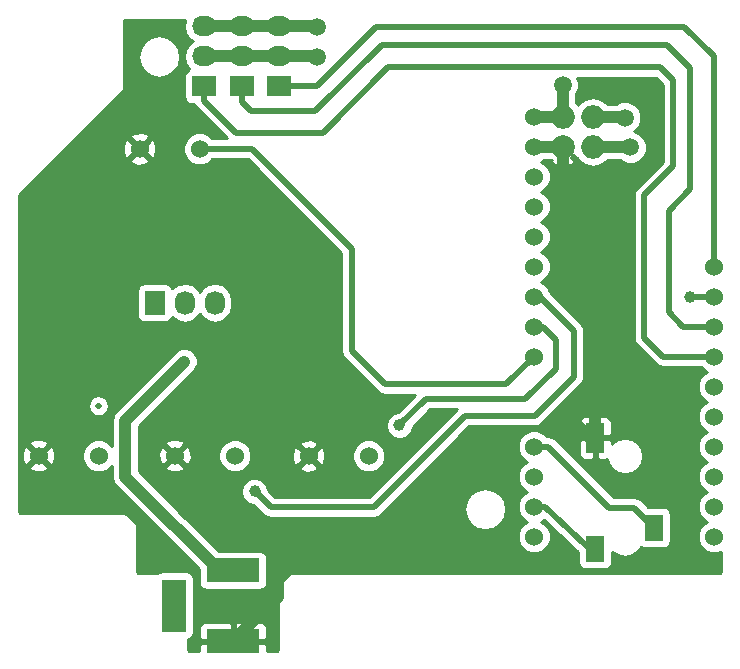
<source format=gbr>
G04 #@! TF.FileFunction,Copper,L1,Top,Signal*
%FSLAX46Y46*%
G04 Gerber Fmt 4.6, Leading zero omitted, Abs format (unit mm)*
G04 Created by KiCad (PCBNEW (after 2015-may-01 BZR unknown)-product) date 2015/09/06 13:21:43*
%MOMM*%
G01*
G04 APERTURE LIST*
%ADD10C,0.100000*%
%ADD11C,2.000000*%
%ADD12O,2.000000X2.000000*%
%ADD13R,2.000000X4.500000*%
%ADD14R,4.500000X2.000000*%
%ADD15R,1.727200X2.032000*%
%ADD16O,1.727200X2.032000*%
%ADD17R,2.032000X1.727200*%
%ADD18O,2.032000X1.727200*%
%ADD19C,1.524000*%
%ADD20R,1.500000X2.200000*%
%ADD21R,1.600000X2.200000*%
%ADD22R,1.500000X2.500000*%
%ADD23C,1.000000*%
%ADD24C,1.500000*%
%ADD25C,0.500000*%
%ADD26C,1.000000*%
%ADD27C,0.254000*%
G04 APERTURE END LIST*
D10*
D11*
X143319500Y-92329000D03*
D12*
X143319500Y-89789000D03*
X145859500Y-92329000D03*
X145859500Y-89789000D03*
D13*
X110419740Y-131154320D03*
D14*
X115394740Y-134179320D03*
X115394740Y-128179320D03*
D15*
X108770420Y-105521760D03*
D16*
X111310420Y-105521760D03*
X113850420Y-105521760D03*
D17*
X119316500Y-87198200D03*
D18*
X119316500Y-84658200D03*
X119316500Y-82118200D03*
D17*
X116116100Y-87185500D03*
D18*
X116116100Y-84645500D03*
X116116100Y-82105500D03*
D17*
X112928400Y-87198200D03*
D18*
X112928400Y-84658200D03*
X112928400Y-82118200D03*
D19*
X98933000Y-118478300D03*
X104013000Y-118478300D03*
X110477300Y-118478300D03*
X115557300Y-118478300D03*
X121805700Y-118491000D03*
X126885700Y-118491000D03*
X107480100Y-92494100D03*
X112560100Y-92494100D03*
X156121100Y-117703600D03*
X156121100Y-102463600D03*
X140881100Y-89763600D03*
X140881100Y-92303600D03*
X140881100Y-94843600D03*
X140881100Y-97383600D03*
X140881100Y-99923600D03*
X140881100Y-102463600D03*
X140881100Y-125323600D03*
X140881100Y-122783600D03*
X140881100Y-120243600D03*
X140881100Y-117703600D03*
X140881100Y-110083600D03*
X140881100Y-107543600D03*
X140881100Y-105003600D03*
X156121100Y-102463600D03*
X156121100Y-105003600D03*
X156121100Y-107543600D03*
X156121100Y-110083600D03*
X156121100Y-112623600D03*
X156121100Y-115163600D03*
X156121100Y-120243600D03*
X156121100Y-122783600D03*
X156121100Y-125323600D03*
D20*
X151064600Y-124550600D03*
D21*
X146064600Y-126350600D03*
D22*
X146064600Y-116950600D03*
D23*
X115824000Y-123418600D03*
X143941800Y-115252500D03*
X111252000Y-110515400D03*
D24*
X143294100Y-87096600D03*
X122529600Y-82143600D03*
X149047200Y-92367100D03*
X148559520Y-89839800D03*
X122491500Y-84721700D03*
D23*
X154089100Y-105003600D03*
X117221000Y-121475500D03*
X129476500Y-115900200D03*
D25*
X103987600Y-114223800D02*
X104013000Y-114249200D01*
X110477300Y-118478300D02*
X110439200Y-118478300D01*
X110477300Y-118478300D02*
X110515400Y-118478300D01*
D26*
X119164100Y-127127000D02*
X119164100Y-130409960D01*
X119164100Y-130409960D02*
X115394740Y-134179320D01*
D25*
X121805700Y-118491000D02*
X121767600Y-118491000D01*
X98945700Y-118478300D02*
X98933000Y-118478300D01*
D26*
X143319500Y-92329000D02*
X143319500Y-99364800D01*
X143319500Y-99364800D02*
X146001100Y-102046400D01*
X146001100Y-102046400D02*
X146001100Y-117014100D01*
D25*
X146001100Y-117014100D02*
X146001100Y-117045100D01*
X121805700Y-118071900D02*
X121805700Y-118491000D01*
X143294100Y-92303600D02*
X143319500Y-92329000D01*
D26*
X119164100Y-126758700D02*
X119164100Y-127127000D01*
X115824000Y-123418600D02*
X119164100Y-126758700D01*
X145703400Y-117014100D02*
X143941800Y-115252500D01*
X146001100Y-117014100D02*
X145703400Y-117014100D01*
X111252000Y-110515400D02*
X106273600Y-115493800D01*
X106273600Y-115493800D02*
X106273600Y-116154200D01*
X106273600Y-120239280D02*
X114721640Y-128687320D01*
X106273600Y-116154200D02*
X106273600Y-120239280D01*
X143294100Y-89763600D02*
X143294100Y-87096600D01*
D25*
X143294100Y-89763600D02*
X143319500Y-89789000D01*
D26*
X140881100Y-89763600D02*
X143294100Y-89763600D01*
D25*
X143294100Y-89763600D02*
X143319500Y-89789000D01*
X149385100Y-122871100D02*
X151064600Y-124550600D01*
X142100300Y-117703600D02*
X147267800Y-122871100D01*
X147267800Y-122871100D02*
X149286600Y-122871100D01*
X140881100Y-117703600D02*
X142100300Y-117703600D01*
X149286600Y-122871100D02*
X149385100Y-122871100D01*
X140881100Y-122783600D02*
X141770600Y-122783600D01*
X141770600Y-122783600D02*
X145999200Y-126705360D01*
D26*
X140881100Y-92303600D02*
X143294100Y-92303600D01*
D25*
X119316500Y-87198200D02*
X122478800Y-87198200D01*
X127533400Y-82143600D02*
X153606500Y-82143600D01*
X153606500Y-82143600D02*
X156121100Y-84658200D01*
X156121100Y-84658200D02*
X156121100Y-102463600D01*
X122478800Y-87198200D02*
X127533400Y-82143600D01*
X116116100Y-88544400D02*
X116890800Y-89319100D01*
X116890800Y-89319100D02*
X122313700Y-89319100D01*
X122313700Y-89319100D02*
X127977900Y-83654900D01*
X127977900Y-83654900D02*
X152133300Y-83654900D01*
X116116100Y-88544400D02*
X116116100Y-87185500D01*
X152133300Y-83654900D02*
X154101800Y-85623400D01*
X154101800Y-95910400D02*
X154101800Y-85623400D01*
X153504900Y-107543600D02*
X152285700Y-106324400D01*
X152285700Y-106324400D02*
X152285700Y-97726500D01*
X152285700Y-97726500D02*
X154101800Y-95910400D01*
X156121100Y-107543600D02*
X153504900Y-107543600D01*
X150202900Y-108432600D02*
X150202900Y-108483400D01*
X150202900Y-108432600D02*
X150202900Y-96393000D01*
X150202900Y-96393000D02*
X152666700Y-93929200D01*
X152666700Y-93929200D02*
X152666700Y-86690200D01*
X151549100Y-85572600D02*
X152666700Y-86690200D01*
X112928400Y-87198200D02*
X112928400Y-88430100D01*
X128549400Y-85572600D02*
X151549100Y-85572600D01*
X123012200Y-91109800D02*
X128549400Y-85572600D01*
X115608100Y-91109800D02*
X123012200Y-91109800D01*
X112928400Y-88430100D02*
X115608100Y-91109800D01*
X151803100Y-110083600D02*
X156121100Y-110083600D01*
X150202900Y-108483400D02*
X151803100Y-110083600D01*
D26*
X119316500Y-82118200D02*
X122504200Y-82118200D01*
X122504200Y-82118200D02*
X122529600Y-82143600D01*
X149047200Y-92367100D02*
X149009100Y-92329000D01*
X149009100Y-92329000D02*
X145859500Y-92329000D01*
X112928400Y-82118200D02*
X119316500Y-82118200D01*
X112928400Y-84658200D02*
X119316500Y-84658200D01*
X148508720Y-89789000D02*
X148559520Y-89839800D01*
X122428000Y-84658200D02*
X122491500Y-84721700D01*
X122428000Y-84658200D02*
X119316500Y-84658200D01*
X145859500Y-89789000D02*
X148508720Y-89789000D01*
D25*
X156121100Y-105003600D02*
X154089100Y-105003600D01*
X140881100Y-105003600D02*
X141376400Y-105003600D01*
X144246600Y-107873800D02*
X141376400Y-105003600D01*
X144246600Y-107873800D02*
X144246600Y-111785400D01*
X144246600Y-111785400D02*
X140931900Y-115100100D01*
X140931900Y-115100100D02*
X135039100Y-115100100D01*
X135039100Y-115100100D02*
X127304800Y-122834400D01*
X127304800Y-122834400D02*
X119913400Y-122834400D01*
X118579900Y-122834400D02*
X119913400Y-122834400D01*
X117221000Y-121475500D02*
X118579900Y-122834400D01*
X140881100Y-107543600D02*
X141605000Y-107543600D01*
X129476500Y-115900200D02*
X131711700Y-113665000D01*
X140157200Y-113665000D02*
X131711700Y-113665000D01*
X142722600Y-111099600D02*
X140157200Y-113665000D01*
X142722600Y-108661200D02*
X142722600Y-111099600D01*
X142722600Y-108661200D02*
X141605000Y-107543600D01*
X112560100Y-92494100D02*
X116992400Y-92494100D01*
X138531600Y-112433100D02*
X140881100Y-110083600D01*
X128282700Y-112433100D02*
X138531600Y-112433100D01*
X125463300Y-109613700D02*
X128282700Y-112433100D01*
X125463300Y-100965000D02*
X125463300Y-109613700D01*
X116992400Y-92494100D02*
X125463300Y-100965000D01*
D27*
G36*
X156715700Y-128342664D02*
X156616964Y-128441400D01*
X152462040Y-128441400D01*
X152462040Y-125650600D01*
X152462040Y-123450600D01*
X152415063Y-123208477D01*
X152275273Y-122995673D01*
X152064240Y-122853223D01*
X151814600Y-122803160D01*
X150568739Y-122803160D01*
X150109200Y-122343620D01*
X150109200Y-118483700D01*
X149992355Y-117896281D01*
X149659609Y-117398291D01*
X149161619Y-117065545D01*
X148574200Y-116948700D01*
X147986781Y-117065545D01*
X147488791Y-117398291D01*
X147449600Y-117456944D01*
X147449600Y-117236350D01*
X147449600Y-116664850D01*
X147449600Y-115574291D01*
X147352927Y-115340902D01*
X147174299Y-115162273D01*
X146940910Y-115065600D01*
X146688291Y-115065600D01*
X146350350Y-115065600D01*
X146191600Y-115224350D01*
X146191600Y-116823600D01*
X147290850Y-116823600D01*
X147449600Y-116664850D01*
X147449600Y-117236350D01*
X147290850Y-117077600D01*
X146191600Y-117077600D01*
X146191600Y-118676850D01*
X146350350Y-118835600D01*
X146688291Y-118835600D01*
X146940910Y-118835600D01*
X147096387Y-118771199D01*
X147156045Y-119071119D01*
X147488791Y-119569109D01*
X147986781Y-119901855D01*
X148574200Y-120018700D01*
X149161619Y-119901855D01*
X149659609Y-119569109D01*
X149992355Y-119071119D01*
X150109200Y-118483700D01*
X150109200Y-122343620D01*
X150010890Y-122245310D01*
X149723775Y-122053467D01*
X149667584Y-122042289D01*
X149385100Y-121986099D01*
X149385094Y-121986100D01*
X149286600Y-121986100D01*
X147634379Y-121986100D01*
X145937600Y-120289320D01*
X145937600Y-118676850D01*
X145937600Y-117077600D01*
X145937600Y-116823600D01*
X145937600Y-115224350D01*
X145778850Y-115065600D01*
X145440909Y-115065600D01*
X145188290Y-115065600D01*
X144954901Y-115162273D01*
X144776273Y-115340902D01*
X144679600Y-115574291D01*
X144679600Y-116664850D01*
X144838350Y-116823600D01*
X145937600Y-116823600D01*
X145937600Y-117077600D01*
X144838350Y-117077600D01*
X144679600Y-117236350D01*
X144679600Y-118326909D01*
X144776273Y-118560298D01*
X144954901Y-118738927D01*
X145188290Y-118835600D01*
X145440909Y-118835600D01*
X145778850Y-118835600D01*
X145937600Y-118676850D01*
X145937600Y-120289320D01*
X142726090Y-117077810D01*
X142438975Y-116885967D01*
X142382784Y-116874789D01*
X142100300Y-116818599D01*
X142100294Y-116818600D01*
X141971578Y-116818600D01*
X141673470Y-116519971D01*
X141160200Y-116306843D01*
X140604439Y-116306358D01*
X140090797Y-116518590D01*
X139697471Y-116911230D01*
X139484343Y-117424500D01*
X139483858Y-117980261D01*
X139696090Y-118493903D01*
X140088730Y-118887229D01*
X140296612Y-118973549D01*
X140090797Y-119058590D01*
X139697471Y-119451230D01*
X139484343Y-119964500D01*
X139483858Y-120520261D01*
X139696090Y-121033903D01*
X140088730Y-121427229D01*
X140296612Y-121513549D01*
X140090797Y-121598590D01*
X139697471Y-121991230D01*
X139484343Y-122504500D01*
X139483858Y-123060261D01*
X139696090Y-123573903D01*
X140088730Y-123967229D01*
X140296612Y-124053549D01*
X140090797Y-124138590D01*
X139697471Y-124531230D01*
X139484343Y-125044500D01*
X139483858Y-125600261D01*
X139696090Y-126113903D01*
X140088730Y-126507229D01*
X140602000Y-126720357D01*
X141157761Y-126720842D01*
X141671403Y-126508610D01*
X142064729Y-126115970D01*
X142277857Y-125602700D01*
X142278342Y-125046939D01*
X142066110Y-124533297D01*
X141673470Y-124139971D01*
X141465587Y-124053650D01*
X141671403Y-123968610D01*
X141707745Y-123932330D01*
X144617160Y-126630628D01*
X144617160Y-127450600D01*
X144664137Y-127692723D01*
X144803927Y-127905527D01*
X145014960Y-128047977D01*
X145264600Y-128098040D01*
X146864600Y-128098040D01*
X147106723Y-128051063D01*
X147319527Y-127911273D01*
X147461977Y-127700240D01*
X147512040Y-127450600D01*
X147512040Y-126584643D01*
X147986781Y-126901855D01*
X148574200Y-127018700D01*
X149161619Y-126901855D01*
X149659609Y-126569109D01*
X149933482Y-126159227D01*
X150064960Y-126247977D01*
X150314600Y-126298040D01*
X151814600Y-126298040D01*
X152056723Y-126251063D01*
X152269527Y-126111273D01*
X152411977Y-125900240D01*
X152462040Y-125650600D01*
X152462040Y-128441400D01*
X138545700Y-128441400D01*
X138545700Y-122996400D01*
X138409825Y-122313310D01*
X138022886Y-121734214D01*
X137443790Y-121347275D01*
X136760700Y-121211400D01*
X136077610Y-121347275D01*
X135498514Y-121734214D01*
X135111575Y-122313310D01*
X134975700Y-122996400D01*
X135111575Y-123679490D01*
X135498514Y-124258586D01*
X136077610Y-124645525D01*
X136760700Y-124781400D01*
X137443790Y-124645525D01*
X138022886Y-124258586D01*
X138409825Y-123679490D01*
X138545700Y-122996400D01*
X138545700Y-128441400D01*
X120410700Y-128441400D01*
X120148562Y-128493543D01*
X119926332Y-128642032D01*
X119426332Y-129142032D01*
X119277843Y-129364262D01*
X119225700Y-129626400D01*
X119225700Y-134912664D01*
X119126964Y-135011400D01*
X118292180Y-135011400D01*
X118292180Y-129179320D01*
X118292180Y-127179320D01*
X118245203Y-126937197D01*
X118105413Y-126724393D01*
X117894380Y-126581943D01*
X117644740Y-126531880D01*
X114171332Y-126531880D01*
X111886444Y-124246992D01*
X111886444Y-118685998D01*
X111858662Y-118130932D01*
X111699697Y-117747157D01*
X111457513Y-117677692D01*
X111277908Y-117857297D01*
X111277908Y-117498087D01*
X111208443Y-117255903D01*
X110684998Y-117069156D01*
X110129932Y-117096938D01*
X109746157Y-117255903D01*
X109676692Y-117498087D01*
X110477300Y-118298695D01*
X111277908Y-117498087D01*
X111277908Y-117857297D01*
X110656905Y-118478300D01*
X111457513Y-119278908D01*
X111699697Y-119209443D01*
X111886444Y-118685998D01*
X111886444Y-124246992D01*
X111277908Y-123638456D01*
X111277908Y-119458513D01*
X110477300Y-118657905D01*
X110297695Y-118837510D01*
X110297695Y-118478300D01*
X109497087Y-117677692D01*
X109254903Y-117747157D01*
X109068156Y-118270602D01*
X109095938Y-118825668D01*
X109254903Y-119209443D01*
X109497087Y-119278908D01*
X110297695Y-118478300D01*
X110297695Y-118837510D01*
X109676692Y-119458513D01*
X109746157Y-119700697D01*
X110269602Y-119887444D01*
X110824668Y-119859662D01*
X111208443Y-119700697D01*
X111277908Y-119458513D01*
X111277908Y-123638456D01*
X107408600Y-119769148D01*
X107408600Y-116154200D01*
X107408600Y-115963932D01*
X112054152Y-111318379D01*
X112054566Y-111317966D01*
X112213645Y-111159165D01*
X112300603Y-110949745D01*
X112386803Y-110742156D01*
X112387000Y-110515400D01*
X112387197Y-110290625D01*
X112214767Y-109873314D01*
X112054566Y-109712834D01*
X111895765Y-109553755D01*
X111478756Y-109380597D01*
X111027225Y-109380203D01*
X110609914Y-109552633D01*
X110290355Y-109871635D01*
X110290157Y-109872110D01*
X105471034Y-114691234D01*
X105224997Y-115059454D01*
X105138600Y-115493800D01*
X105138600Y-116154200D01*
X105138600Y-117628483D01*
X104898001Y-117387463D01*
X104898001Y-114249200D01*
X104830633Y-113910526D01*
X104638789Y-113623410D01*
X104613390Y-113598010D01*
X104326274Y-113406167D01*
X103987600Y-113338799D01*
X103648926Y-113406167D01*
X103361810Y-113598010D01*
X103169967Y-113885126D01*
X103102599Y-114223800D01*
X103169967Y-114562474D01*
X103361810Y-114849590D01*
X103387210Y-114874989D01*
X103674326Y-115066833D01*
X104013000Y-115134201D01*
X104351674Y-115066833D01*
X104638789Y-114874989D01*
X104830633Y-114587874D01*
X104898001Y-114249200D01*
X104898001Y-117387463D01*
X104805370Y-117294671D01*
X104292100Y-117081543D01*
X103736339Y-117081058D01*
X103222697Y-117293290D01*
X102829371Y-117685930D01*
X102616243Y-118199200D01*
X102615758Y-118754961D01*
X102827990Y-119268603D01*
X103220630Y-119661929D01*
X103733900Y-119875057D01*
X104289661Y-119875542D01*
X104803303Y-119663310D01*
X105138600Y-119328597D01*
X105138600Y-120239280D01*
X105224997Y-120673626D01*
X105471034Y-121041846D01*
X112497300Y-128068112D01*
X112497300Y-129179320D01*
X112544277Y-129421443D01*
X112684067Y-129634247D01*
X112895100Y-129776697D01*
X113144740Y-129826760D01*
X117644740Y-129826760D01*
X117886863Y-129779783D01*
X118099667Y-129639993D01*
X118242117Y-129428960D01*
X118292180Y-129179320D01*
X118292180Y-135011400D01*
X118279740Y-135011400D01*
X118279740Y-134465070D01*
X118279740Y-133893570D01*
X118279740Y-133053011D01*
X118183067Y-132819622D01*
X118004439Y-132640993D01*
X117771050Y-132544320D01*
X117518431Y-132544320D01*
X115680490Y-132544320D01*
X115521740Y-132703070D01*
X115521740Y-134052320D01*
X118120990Y-134052320D01*
X118279740Y-133893570D01*
X118279740Y-134465070D01*
X118120990Y-134306320D01*
X115521740Y-134306320D01*
X115521740Y-134326320D01*
X115267740Y-134326320D01*
X115267740Y-134306320D01*
X115267740Y-134052320D01*
X115267740Y-132703070D01*
X115108990Y-132544320D01*
X113271049Y-132544320D01*
X113018430Y-132544320D01*
X112785041Y-132640993D01*
X112606413Y-132819622D01*
X112509740Y-133053011D01*
X112509740Y-133893570D01*
X112668490Y-134052320D01*
X115267740Y-134052320D01*
X115267740Y-134306320D01*
X112668490Y-134306320D01*
X112509740Y-134465070D01*
X112509740Y-135011400D01*
X111694436Y-135011400D01*
X111595700Y-134912664D01*
X111595700Y-134017620D01*
X111661863Y-134004783D01*
X111874667Y-133864993D01*
X112017117Y-133653960D01*
X112067180Y-133404320D01*
X112067180Y-128904320D01*
X112020203Y-128662197D01*
X111880413Y-128449393D01*
X111669380Y-128306943D01*
X111419740Y-128256880D01*
X109419740Y-128256880D01*
X109177617Y-128303857D01*
X108968233Y-128441400D01*
X107384436Y-128441400D01*
X107285700Y-128342664D01*
X107285700Y-124546400D01*
X107233557Y-124284262D01*
X107085068Y-124062032D01*
X106585068Y-123562032D01*
X106362838Y-123413543D01*
X106100700Y-123361400D01*
X100342144Y-123361400D01*
X100342144Y-118685998D01*
X100314362Y-118130932D01*
X100155397Y-117747157D01*
X99913213Y-117677692D01*
X99733608Y-117857297D01*
X99733608Y-117498087D01*
X99664143Y-117255903D01*
X99140698Y-117069156D01*
X98585632Y-117096938D01*
X98201857Y-117255903D01*
X98132392Y-117498087D01*
X98933000Y-118298695D01*
X99733608Y-117498087D01*
X99733608Y-117857297D01*
X99112605Y-118478300D01*
X99913213Y-119278908D01*
X100155397Y-119209443D01*
X100342144Y-118685998D01*
X100342144Y-123361400D01*
X99733608Y-123361400D01*
X99733608Y-119458513D01*
X98933000Y-118657905D01*
X98753395Y-118837510D01*
X98753395Y-118478300D01*
X97952787Y-117677692D01*
X97710603Y-117747157D01*
X97523856Y-118270602D01*
X97551638Y-118825668D01*
X97710603Y-119209443D01*
X97952787Y-119278908D01*
X98753395Y-118478300D01*
X98753395Y-118837510D01*
X98132392Y-119458513D01*
X98201857Y-119700697D01*
X98725302Y-119887444D01*
X99280368Y-119859662D01*
X99664143Y-119700697D01*
X99733608Y-119458513D01*
X99733608Y-123361400D01*
X97384436Y-123361400D01*
X97285700Y-123262664D01*
X97285700Y-96390136D01*
X105975068Y-87700768D01*
X106123557Y-87478538D01*
X106175700Y-87216400D01*
X106175700Y-81550980D01*
X111357882Y-81550980D01*
X111245055Y-82118200D01*
X111359129Y-82691689D01*
X111683985Y-83177870D01*
X111998765Y-83388200D01*
X111683985Y-83598530D01*
X111359129Y-84084711D01*
X111245055Y-84658200D01*
X111359129Y-85231689D01*
X111683985Y-85717870D01*
X111699767Y-85728415D01*
X111670277Y-85734137D01*
X111457473Y-85873927D01*
X111315023Y-86084960D01*
X111264960Y-86334600D01*
X111264960Y-88061800D01*
X111311937Y-88303923D01*
X111451727Y-88516727D01*
X111662760Y-88659177D01*
X111912400Y-88709240D01*
X112098924Y-88709240D01*
X112099589Y-88712584D01*
X112110767Y-88768775D01*
X112302610Y-89055890D01*
X114855820Y-91609100D01*
X113650578Y-91609100D01*
X113352470Y-91310471D01*
X112839200Y-91097343D01*
X112283439Y-91096858D01*
X111769797Y-91309090D01*
X111376471Y-91701730D01*
X111163343Y-92215000D01*
X111162858Y-92770761D01*
X111375090Y-93284403D01*
X111767730Y-93677729D01*
X112281000Y-93890857D01*
X112836761Y-93891342D01*
X113350403Y-93679110D01*
X113650937Y-93379100D01*
X116625820Y-93379100D01*
X124578300Y-101331579D01*
X124578300Y-109613694D01*
X124578299Y-109613700D01*
X124634489Y-109896184D01*
X124645667Y-109952375D01*
X124837510Y-110239490D01*
X127656907Y-113058886D01*
X127656910Y-113058890D01*
X127656911Y-113058890D01*
X127944025Y-113250733D01*
X127944026Y-113250733D01*
X128000215Y-113261910D01*
X128282700Y-113318101D01*
X128282700Y-113318100D01*
X128282705Y-113318100D01*
X130807020Y-113318100D01*
X129360022Y-114765097D01*
X129251725Y-114765003D01*
X128834414Y-114937433D01*
X128514855Y-115256435D01*
X128341697Y-115673444D01*
X128341303Y-116124975D01*
X128513733Y-116542286D01*
X128832735Y-116861845D01*
X129249744Y-117035003D01*
X129701275Y-117035397D01*
X130118586Y-116862967D01*
X130438145Y-116543965D01*
X130611303Y-116126956D01*
X130611399Y-116016880D01*
X132078279Y-114550000D01*
X134337620Y-114550000D01*
X128282942Y-120604678D01*
X128282942Y-118214339D01*
X128070710Y-117700697D01*
X127678070Y-117307371D01*
X127164800Y-117094243D01*
X126609039Y-117093758D01*
X126095397Y-117305990D01*
X125702071Y-117698630D01*
X125488943Y-118211900D01*
X125488458Y-118767661D01*
X125700690Y-119281303D01*
X126093330Y-119674629D01*
X126606600Y-119887757D01*
X127162361Y-119888242D01*
X127676003Y-119676010D01*
X128069329Y-119283370D01*
X128282457Y-118770100D01*
X128282942Y-118214339D01*
X128282942Y-120604678D01*
X126938220Y-121949400D01*
X123214844Y-121949400D01*
X123214844Y-118698698D01*
X123187062Y-118143632D01*
X123028097Y-117759857D01*
X122785913Y-117690392D01*
X122606308Y-117869997D01*
X122606308Y-117510787D01*
X122536843Y-117268603D01*
X122013398Y-117081856D01*
X121458332Y-117109638D01*
X121074557Y-117268603D01*
X121005092Y-117510787D01*
X121805700Y-118311395D01*
X122606308Y-117510787D01*
X122606308Y-117869997D01*
X121985305Y-118491000D01*
X122785913Y-119291608D01*
X123028097Y-119222143D01*
X123214844Y-118698698D01*
X123214844Y-121949400D01*
X122606308Y-121949400D01*
X122606308Y-119471213D01*
X121805700Y-118670605D01*
X121626095Y-118850210D01*
X121626095Y-118491000D01*
X120825487Y-117690392D01*
X120583303Y-117759857D01*
X120396556Y-118283302D01*
X120424338Y-118838368D01*
X120583303Y-119222143D01*
X120825487Y-119291608D01*
X121626095Y-118491000D01*
X121626095Y-118850210D01*
X121005092Y-119471213D01*
X121074557Y-119713397D01*
X121598002Y-119900144D01*
X122153068Y-119872362D01*
X122536843Y-119713397D01*
X122606308Y-119471213D01*
X122606308Y-121949400D01*
X119913400Y-121949400D01*
X118946479Y-121949400D01*
X118356102Y-121359022D01*
X118356197Y-121250725D01*
X118183767Y-120833414D01*
X117864765Y-120513855D01*
X117447756Y-120340697D01*
X116996225Y-120340303D01*
X116954542Y-120357526D01*
X116954542Y-118201639D01*
X116742310Y-117687997D01*
X116349670Y-117294671D01*
X115836400Y-117081543D01*
X115349020Y-117081117D01*
X115349020Y-105706505D01*
X115349020Y-105337015D01*
X115234946Y-104763526D01*
X114910090Y-104277345D01*
X114423909Y-103952489D01*
X113850420Y-103838415D01*
X113276931Y-103952489D01*
X112790750Y-104277345D01*
X112580420Y-104592125D01*
X112370090Y-104277345D01*
X111883909Y-103952489D01*
X111310420Y-103838415D01*
X110925700Y-103914940D01*
X110925700Y-84676400D01*
X110789825Y-83993310D01*
X110402886Y-83414214D01*
X109823790Y-83027275D01*
X109140700Y-82891400D01*
X108457610Y-83027275D01*
X107878514Y-83414214D01*
X107491575Y-83993310D01*
X107355700Y-84676400D01*
X107491575Y-85359490D01*
X107878514Y-85938586D01*
X108457610Y-86325525D01*
X109140700Y-86461400D01*
X109823790Y-86325525D01*
X110402886Y-85938586D01*
X110789825Y-85359490D01*
X110925700Y-84676400D01*
X110925700Y-103914940D01*
X110736931Y-103952489D01*
X110250750Y-104277345D01*
X110240204Y-104293127D01*
X110234483Y-104263637D01*
X110094693Y-104050833D01*
X109883660Y-103908383D01*
X109634020Y-103858320D01*
X108889244Y-103858320D01*
X108889244Y-92701798D01*
X108861462Y-92146732D01*
X108702497Y-91762957D01*
X108460313Y-91693492D01*
X108280708Y-91873097D01*
X108280708Y-91513887D01*
X108211243Y-91271703D01*
X107687798Y-91084956D01*
X107132732Y-91112738D01*
X106748957Y-91271703D01*
X106679492Y-91513887D01*
X107480100Y-92314495D01*
X108280708Y-91513887D01*
X108280708Y-91873097D01*
X107659705Y-92494100D01*
X108460313Y-93294708D01*
X108702497Y-93225243D01*
X108889244Y-92701798D01*
X108889244Y-103858320D01*
X108280708Y-103858320D01*
X108280708Y-93474313D01*
X107480100Y-92673705D01*
X107300495Y-92853310D01*
X107300495Y-92494100D01*
X106499887Y-91693492D01*
X106257703Y-91762957D01*
X106070956Y-92286402D01*
X106098738Y-92841468D01*
X106257703Y-93225243D01*
X106499887Y-93294708D01*
X107300495Y-92494100D01*
X107300495Y-92853310D01*
X106679492Y-93474313D01*
X106748957Y-93716497D01*
X107272402Y-93903244D01*
X107827468Y-93875462D01*
X108211243Y-93716497D01*
X108280708Y-93474313D01*
X108280708Y-103858320D01*
X107906820Y-103858320D01*
X107664697Y-103905297D01*
X107451893Y-104045087D01*
X107309443Y-104256120D01*
X107259380Y-104505760D01*
X107259380Y-106537760D01*
X107306357Y-106779883D01*
X107446147Y-106992687D01*
X107657180Y-107135137D01*
X107906820Y-107185200D01*
X109634020Y-107185200D01*
X109876143Y-107138223D01*
X110088947Y-106998433D01*
X110231397Y-106787400D01*
X110239138Y-106748797D01*
X110250750Y-106766175D01*
X110736931Y-107091031D01*
X111310420Y-107205105D01*
X111883909Y-107091031D01*
X112370090Y-106766175D01*
X112580420Y-106451394D01*
X112790750Y-106766175D01*
X113276931Y-107091031D01*
X113850420Y-107205105D01*
X114423909Y-107091031D01*
X114910090Y-106766175D01*
X115234946Y-106279994D01*
X115349020Y-105706505D01*
X115349020Y-117081117D01*
X115280639Y-117081058D01*
X114766997Y-117293290D01*
X114373671Y-117685930D01*
X114160543Y-118199200D01*
X114160058Y-118754961D01*
X114372290Y-119268603D01*
X114764930Y-119661929D01*
X115278200Y-119875057D01*
X115833961Y-119875542D01*
X116347603Y-119663310D01*
X116740929Y-119270670D01*
X116954057Y-118757400D01*
X116954542Y-118201639D01*
X116954542Y-120357526D01*
X116578914Y-120512733D01*
X116259355Y-120831735D01*
X116086197Y-121248744D01*
X116085803Y-121700275D01*
X116258233Y-122117586D01*
X116577235Y-122437145D01*
X116994244Y-122610303D01*
X117104319Y-122610399D01*
X117954107Y-123460186D01*
X117954110Y-123460190D01*
X117954111Y-123460190D01*
X118241225Y-123652033D01*
X118241226Y-123652033D01*
X118297415Y-123663210D01*
X118579900Y-123719401D01*
X118579900Y-123719400D01*
X118579905Y-123719400D01*
X119913400Y-123719400D01*
X127304794Y-123719400D01*
X127304800Y-123719401D01*
X127304800Y-123719400D01*
X127587284Y-123663210D01*
X127643474Y-123652033D01*
X127643475Y-123652033D01*
X127930590Y-123460190D01*
X135405679Y-115985100D01*
X140931894Y-115985100D01*
X140931900Y-115985101D01*
X140931900Y-115985100D01*
X141214384Y-115928910D01*
X141270574Y-115917733D01*
X141270575Y-115917733D01*
X141557690Y-115725890D01*
X144872386Y-112411192D01*
X144872390Y-112411190D01*
X144872390Y-112411189D01*
X145064233Y-112124075D01*
X145064233Y-112124074D01*
X145075410Y-112067884D01*
X145131600Y-111785400D01*
X145131601Y-111785400D01*
X145131600Y-111785394D01*
X145131600Y-107873805D01*
X145131600Y-107873800D01*
X145131601Y-107873800D01*
X145075410Y-107591315D01*
X145064233Y-107535126D01*
X145064233Y-107535125D01*
X144872390Y-107248011D01*
X144872390Y-107248010D01*
X144872386Y-107248007D01*
X142226956Y-104602576D01*
X142066110Y-104213297D01*
X141673470Y-103819971D01*
X141465587Y-103733650D01*
X141671403Y-103648610D01*
X142064729Y-103255970D01*
X142277857Y-102742700D01*
X142278342Y-102186939D01*
X142066110Y-101673297D01*
X141673470Y-101279971D01*
X141465587Y-101193650D01*
X141671403Y-101108610D01*
X142064729Y-100715970D01*
X142277857Y-100202700D01*
X142278342Y-99646939D01*
X142066110Y-99133297D01*
X141673470Y-98739971D01*
X141465587Y-98653650D01*
X141671403Y-98568610D01*
X142064729Y-98175970D01*
X142277857Y-97662700D01*
X142278342Y-97106939D01*
X142066110Y-96593297D01*
X141673470Y-96199971D01*
X141465587Y-96113650D01*
X141671403Y-96028610D01*
X142064729Y-95635970D01*
X142277857Y-95122700D01*
X142278342Y-94566939D01*
X142066110Y-94053297D01*
X141673470Y-93659971D01*
X141465587Y-93573650D01*
X141671403Y-93488610D01*
X141721500Y-93438600D01*
X142389505Y-93438600D01*
X142346573Y-93481532D01*
X142445236Y-93748387D01*
X143054961Y-93974908D01*
X143704960Y-93950856D01*
X144193764Y-93748387D01*
X144292427Y-93481532D01*
X143989000Y-93178105D01*
X144096666Y-93106166D01*
X144168605Y-92998500D01*
X144472032Y-93301927D01*
X144542229Y-93275973D01*
X144703380Y-93517152D01*
X145233813Y-93871575D01*
X145859500Y-93996032D01*
X146485187Y-93871575D01*
X147015620Y-93517152D01*
X147051134Y-93464000D01*
X148185208Y-93464000D01*
X148261636Y-93540561D01*
X148770498Y-93751859D01*
X149321485Y-93752340D01*
X149830715Y-93541931D01*
X150220661Y-93152664D01*
X150431959Y-92643802D01*
X150432440Y-92092815D01*
X150222031Y-91583585D01*
X149832764Y-91193639D01*
X149360258Y-90997437D01*
X149732981Y-90625364D01*
X149944279Y-90116502D01*
X149944760Y-89565515D01*
X149734351Y-89056285D01*
X149345084Y-88666339D01*
X148836222Y-88455041D01*
X148285235Y-88454560D01*
X147802552Y-88654000D01*
X147051134Y-88654000D01*
X147015620Y-88600848D01*
X146485187Y-88246425D01*
X145859500Y-88121968D01*
X145233813Y-88246425D01*
X144703380Y-88600848D01*
X144589500Y-88771281D01*
X144475620Y-88600848D01*
X144429100Y-88569764D01*
X144429100Y-87920558D01*
X144467561Y-87882164D01*
X144678859Y-87373302D01*
X144679340Y-86822315D01*
X144528643Y-86457600D01*
X151182520Y-86457600D01*
X151781700Y-87056779D01*
X151781700Y-93562620D01*
X149577110Y-95767210D01*
X149385267Y-96054325D01*
X149374089Y-96110515D01*
X149317899Y-96393000D01*
X149317900Y-96393005D01*
X149317900Y-108432600D01*
X149317900Y-108483394D01*
X149317899Y-108483400D01*
X149374089Y-108765884D01*
X149385267Y-108822075D01*
X149577110Y-109109190D01*
X151177307Y-110709386D01*
X151177310Y-110709390D01*
X151177311Y-110709390D01*
X151369154Y-110837575D01*
X151464425Y-110901233D01*
X151464426Y-110901234D01*
X151803100Y-110968601D01*
X151803100Y-110968600D01*
X151803105Y-110968600D01*
X155030621Y-110968600D01*
X155328730Y-111267229D01*
X155536612Y-111353549D01*
X155330797Y-111438590D01*
X154937471Y-111831230D01*
X154724343Y-112344500D01*
X154723858Y-112900261D01*
X154936090Y-113413903D01*
X155328730Y-113807229D01*
X155536612Y-113893549D01*
X155330797Y-113978590D01*
X154937471Y-114371230D01*
X154724343Y-114884500D01*
X154723858Y-115440261D01*
X154936090Y-115953903D01*
X155328730Y-116347229D01*
X155536612Y-116433549D01*
X155330797Y-116518590D01*
X154937471Y-116911230D01*
X154724343Y-117424500D01*
X154723858Y-117980261D01*
X154936090Y-118493903D01*
X155328730Y-118887229D01*
X155536612Y-118973549D01*
X155330797Y-119058590D01*
X154937471Y-119451230D01*
X154724343Y-119964500D01*
X154723858Y-120520261D01*
X154936090Y-121033903D01*
X155328730Y-121427229D01*
X155536612Y-121513549D01*
X155330797Y-121598590D01*
X154937471Y-121991230D01*
X154724343Y-122504500D01*
X154723858Y-123060261D01*
X154936090Y-123573903D01*
X155328730Y-123967229D01*
X155536612Y-124053549D01*
X155330797Y-124138590D01*
X154937471Y-124531230D01*
X154724343Y-125044500D01*
X154723858Y-125600261D01*
X154936090Y-126113903D01*
X155328730Y-126507229D01*
X155842000Y-126720357D01*
X156397761Y-126720842D01*
X156715700Y-126589472D01*
X156715700Y-128342664D01*
X156715700Y-128342664D01*
G37*
X156715700Y-128342664D02*
X156616964Y-128441400D01*
X152462040Y-128441400D01*
X152462040Y-125650600D01*
X152462040Y-123450600D01*
X152415063Y-123208477D01*
X152275273Y-122995673D01*
X152064240Y-122853223D01*
X151814600Y-122803160D01*
X150568739Y-122803160D01*
X150109200Y-122343620D01*
X150109200Y-118483700D01*
X149992355Y-117896281D01*
X149659609Y-117398291D01*
X149161619Y-117065545D01*
X148574200Y-116948700D01*
X147986781Y-117065545D01*
X147488791Y-117398291D01*
X147449600Y-117456944D01*
X147449600Y-117236350D01*
X147449600Y-116664850D01*
X147449600Y-115574291D01*
X147352927Y-115340902D01*
X147174299Y-115162273D01*
X146940910Y-115065600D01*
X146688291Y-115065600D01*
X146350350Y-115065600D01*
X146191600Y-115224350D01*
X146191600Y-116823600D01*
X147290850Y-116823600D01*
X147449600Y-116664850D01*
X147449600Y-117236350D01*
X147290850Y-117077600D01*
X146191600Y-117077600D01*
X146191600Y-118676850D01*
X146350350Y-118835600D01*
X146688291Y-118835600D01*
X146940910Y-118835600D01*
X147096387Y-118771199D01*
X147156045Y-119071119D01*
X147488791Y-119569109D01*
X147986781Y-119901855D01*
X148574200Y-120018700D01*
X149161619Y-119901855D01*
X149659609Y-119569109D01*
X149992355Y-119071119D01*
X150109200Y-118483700D01*
X150109200Y-122343620D01*
X150010890Y-122245310D01*
X149723775Y-122053467D01*
X149667584Y-122042289D01*
X149385100Y-121986099D01*
X149385094Y-121986100D01*
X149286600Y-121986100D01*
X147634379Y-121986100D01*
X145937600Y-120289320D01*
X145937600Y-118676850D01*
X145937600Y-117077600D01*
X145937600Y-116823600D01*
X145937600Y-115224350D01*
X145778850Y-115065600D01*
X145440909Y-115065600D01*
X145188290Y-115065600D01*
X144954901Y-115162273D01*
X144776273Y-115340902D01*
X144679600Y-115574291D01*
X144679600Y-116664850D01*
X144838350Y-116823600D01*
X145937600Y-116823600D01*
X145937600Y-117077600D01*
X144838350Y-117077600D01*
X144679600Y-117236350D01*
X144679600Y-118326909D01*
X144776273Y-118560298D01*
X144954901Y-118738927D01*
X145188290Y-118835600D01*
X145440909Y-118835600D01*
X145778850Y-118835600D01*
X145937600Y-118676850D01*
X145937600Y-120289320D01*
X142726090Y-117077810D01*
X142438975Y-116885967D01*
X142382784Y-116874789D01*
X142100300Y-116818599D01*
X142100294Y-116818600D01*
X141971578Y-116818600D01*
X141673470Y-116519971D01*
X141160200Y-116306843D01*
X140604439Y-116306358D01*
X140090797Y-116518590D01*
X139697471Y-116911230D01*
X139484343Y-117424500D01*
X139483858Y-117980261D01*
X139696090Y-118493903D01*
X140088730Y-118887229D01*
X140296612Y-118973549D01*
X140090797Y-119058590D01*
X139697471Y-119451230D01*
X139484343Y-119964500D01*
X139483858Y-120520261D01*
X139696090Y-121033903D01*
X140088730Y-121427229D01*
X140296612Y-121513549D01*
X140090797Y-121598590D01*
X139697471Y-121991230D01*
X139484343Y-122504500D01*
X139483858Y-123060261D01*
X139696090Y-123573903D01*
X140088730Y-123967229D01*
X140296612Y-124053549D01*
X140090797Y-124138590D01*
X139697471Y-124531230D01*
X139484343Y-125044500D01*
X139483858Y-125600261D01*
X139696090Y-126113903D01*
X140088730Y-126507229D01*
X140602000Y-126720357D01*
X141157761Y-126720842D01*
X141671403Y-126508610D01*
X142064729Y-126115970D01*
X142277857Y-125602700D01*
X142278342Y-125046939D01*
X142066110Y-124533297D01*
X141673470Y-124139971D01*
X141465587Y-124053650D01*
X141671403Y-123968610D01*
X141707745Y-123932330D01*
X144617160Y-126630628D01*
X144617160Y-127450600D01*
X144664137Y-127692723D01*
X144803927Y-127905527D01*
X145014960Y-128047977D01*
X145264600Y-128098040D01*
X146864600Y-128098040D01*
X147106723Y-128051063D01*
X147319527Y-127911273D01*
X147461977Y-127700240D01*
X147512040Y-127450600D01*
X147512040Y-126584643D01*
X147986781Y-126901855D01*
X148574200Y-127018700D01*
X149161619Y-126901855D01*
X149659609Y-126569109D01*
X149933482Y-126159227D01*
X150064960Y-126247977D01*
X150314600Y-126298040D01*
X151814600Y-126298040D01*
X152056723Y-126251063D01*
X152269527Y-126111273D01*
X152411977Y-125900240D01*
X152462040Y-125650600D01*
X152462040Y-128441400D01*
X138545700Y-128441400D01*
X138545700Y-122996400D01*
X138409825Y-122313310D01*
X138022886Y-121734214D01*
X137443790Y-121347275D01*
X136760700Y-121211400D01*
X136077610Y-121347275D01*
X135498514Y-121734214D01*
X135111575Y-122313310D01*
X134975700Y-122996400D01*
X135111575Y-123679490D01*
X135498514Y-124258586D01*
X136077610Y-124645525D01*
X136760700Y-124781400D01*
X137443790Y-124645525D01*
X138022886Y-124258586D01*
X138409825Y-123679490D01*
X138545700Y-122996400D01*
X138545700Y-128441400D01*
X120410700Y-128441400D01*
X120148562Y-128493543D01*
X119926332Y-128642032D01*
X119426332Y-129142032D01*
X119277843Y-129364262D01*
X119225700Y-129626400D01*
X119225700Y-134912664D01*
X119126964Y-135011400D01*
X118292180Y-135011400D01*
X118292180Y-129179320D01*
X118292180Y-127179320D01*
X118245203Y-126937197D01*
X118105413Y-126724393D01*
X117894380Y-126581943D01*
X117644740Y-126531880D01*
X114171332Y-126531880D01*
X111886444Y-124246992D01*
X111886444Y-118685998D01*
X111858662Y-118130932D01*
X111699697Y-117747157D01*
X111457513Y-117677692D01*
X111277908Y-117857297D01*
X111277908Y-117498087D01*
X111208443Y-117255903D01*
X110684998Y-117069156D01*
X110129932Y-117096938D01*
X109746157Y-117255903D01*
X109676692Y-117498087D01*
X110477300Y-118298695D01*
X111277908Y-117498087D01*
X111277908Y-117857297D01*
X110656905Y-118478300D01*
X111457513Y-119278908D01*
X111699697Y-119209443D01*
X111886444Y-118685998D01*
X111886444Y-124246992D01*
X111277908Y-123638456D01*
X111277908Y-119458513D01*
X110477300Y-118657905D01*
X110297695Y-118837510D01*
X110297695Y-118478300D01*
X109497087Y-117677692D01*
X109254903Y-117747157D01*
X109068156Y-118270602D01*
X109095938Y-118825668D01*
X109254903Y-119209443D01*
X109497087Y-119278908D01*
X110297695Y-118478300D01*
X110297695Y-118837510D01*
X109676692Y-119458513D01*
X109746157Y-119700697D01*
X110269602Y-119887444D01*
X110824668Y-119859662D01*
X111208443Y-119700697D01*
X111277908Y-119458513D01*
X111277908Y-123638456D01*
X107408600Y-119769148D01*
X107408600Y-116154200D01*
X107408600Y-115963932D01*
X112054152Y-111318379D01*
X112054566Y-111317966D01*
X112213645Y-111159165D01*
X112300603Y-110949745D01*
X112386803Y-110742156D01*
X112387000Y-110515400D01*
X112387197Y-110290625D01*
X112214767Y-109873314D01*
X112054566Y-109712834D01*
X111895765Y-109553755D01*
X111478756Y-109380597D01*
X111027225Y-109380203D01*
X110609914Y-109552633D01*
X110290355Y-109871635D01*
X110290157Y-109872110D01*
X105471034Y-114691234D01*
X105224997Y-115059454D01*
X105138600Y-115493800D01*
X105138600Y-116154200D01*
X105138600Y-117628483D01*
X104898001Y-117387463D01*
X104898001Y-114249200D01*
X104830633Y-113910526D01*
X104638789Y-113623410D01*
X104613390Y-113598010D01*
X104326274Y-113406167D01*
X103987600Y-113338799D01*
X103648926Y-113406167D01*
X103361810Y-113598010D01*
X103169967Y-113885126D01*
X103102599Y-114223800D01*
X103169967Y-114562474D01*
X103361810Y-114849590D01*
X103387210Y-114874989D01*
X103674326Y-115066833D01*
X104013000Y-115134201D01*
X104351674Y-115066833D01*
X104638789Y-114874989D01*
X104830633Y-114587874D01*
X104898001Y-114249200D01*
X104898001Y-117387463D01*
X104805370Y-117294671D01*
X104292100Y-117081543D01*
X103736339Y-117081058D01*
X103222697Y-117293290D01*
X102829371Y-117685930D01*
X102616243Y-118199200D01*
X102615758Y-118754961D01*
X102827990Y-119268603D01*
X103220630Y-119661929D01*
X103733900Y-119875057D01*
X104289661Y-119875542D01*
X104803303Y-119663310D01*
X105138600Y-119328597D01*
X105138600Y-120239280D01*
X105224997Y-120673626D01*
X105471034Y-121041846D01*
X112497300Y-128068112D01*
X112497300Y-129179320D01*
X112544277Y-129421443D01*
X112684067Y-129634247D01*
X112895100Y-129776697D01*
X113144740Y-129826760D01*
X117644740Y-129826760D01*
X117886863Y-129779783D01*
X118099667Y-129639993D01*
X118242117Y-129428960D01*
X118292180Y-129179320D01*
X118292180Y-135011400D01*
X118279740Y-135011400D01*
X118279740Y-134465070D01*
X118279740Y-133893570D01*
X118279740Y-133053011D01*
X118183067Y-132819622D01*
X118004439Y-132640993D01*
X117771050Y-132544320D01*
X117518431Y-132544320D01*
X115680490Y-132544320D01*
X115521740Y-132703070D01*
X115521740Y-134052320D01*
X118120990Y-134052320D01*
X118279740Y-133893570D01*
X118279740Y-134465070D01*
X118120990Y-134306320D01*
X115521740Y-134306320D01*
X115521740Y-134326320D01*
X115267740Y-134326320D01*
X115267740Y-134306320D01*
X115267740Y-134052320D01*
X115267740Y-132703070D01*
X115108990Y-132544320D01*
X113271049Y-132544320D01*
X113018430Y-132544320D01*
X112785041Y-132640993D01*
X112606413Y-132819622D01*
X112509740Y-133053011D01*
X112509740Y-133893570D01*
X112668490Y-134052320D01*
X115267740Y-134052320D01*
X115267740Y-134306320D01*
X112668490Y-134306320D01*
X112509740Y-134465070D01*
X112509740Y-135011400D01*
X111694436Y-135011400D01*
X111595700Y-134912664D01*
X111595700Y-134017620D01*
X111661863Y-134004783D01*
X111874667Y-133864993D01*
X112017117Y-133653960D01*
X112067180Y-133404320D01*
X112067180Y-128904320D01*
X112020203Y-128662197D01*
X111880413Y-128449393D01*
X111669380Y-128306943D01*
X111419740Y-128256880D01*
X109419740Y-128256880D01*
X109177617Y-128303857D01*
X108968233Y-128441400D01*
X107384436Y-128441400D01*
X107285700Y-128342664D01*
X107285700Y-124546400D01*
X107233557Y-124284262D01*
X107085068Y-124062032D01*
X106585068Y-123562032D01*
X106362838Y-123413543D01*
X106100700Y-123361400D01*
X100342144Y-123361400D01*
X100342144Y-118685998D01*
X100314362Y-118130932D01*
X100155397Y-117747157D01*
X99913213Y-117677692D01*
X99733608Y-117857297D01*
X99733608Y-117498087D01*
X99664143Y-117255903D01*
X99140698Y-117069156D01*
X98585632Y-117096938D01*
X98201857Y-117255903D01*
X98132392Y-117498087D01*
X98933000Y-118298695D01*
X99733608Y-117498087D01*
X99733608Y-117857297D01*
X99112605Y-118478300D01*
X99913213Y-119278908D01*
X100155397Y-119209443D01*
X100342144Y-118685998D01*
X100342144Y-123361400D01*
X99733608Y-123361400D01*
X99733608Y-119458513D01*
X98933000Y-118657905D01*
X98753395Y-118837510D01*
X98753395Y-118478300D01*
X97952787Y-117677692D01*
X97710603Y-117747157D01*
X97523856Y-118270602D01*
X97551638Y-118825668D01*
X97710603Y-119209443D01*
X97952787Y-119278908D01*
X98753395Y-118478300D01*
X98753395Y-118837510D01*
X98132392Y-119458513D01*
X98201857Y-119700697D01*
X98725302Y-119887444D01*
X99280368Y-119859662D01*
X99664143Y-119700697D01*
X99733608Y-119458513D01*
X99733608Y-123361400D01*
X97384436Y-123361400D01*
X97285700Y-123262664D01*
X97285700Y-96390136D01*
X105975068Y-87700768D01*
X106123557Y-87478538D01*
X106175700Y-87216400D01*
X106175700Y-81550980D01*
X111357882Y-81550980D01*
X111245055Y-82118200D01*
X111359129Y-82691689D01*
X111683985Y-83177870D01*
X111998765Y-83388200D01*
X111683985Y-83598530D01*
X111359129Y-84084711D01*
X111245055Y-84658200D01*
X111359129Y-85231689D01*
X111683985Y-85717870D01*
X111699767Y-85728415D01*
X111670277Y-85734137D01*
X111457473Y-85873927D01*
X111315023Y-86084960D01*
X111264960Y-86334600D01*
X111264960Y-88061800D01*
X111311937Y-88303923D01*
X111451727Y-88516727D01*
X111662760Y-88659177D01*
X111912400Y-88709240D01*
X112098924Y-88709240D01*
X112099589Y-88712584D01*
X112110767Y-88768775D01*
X112302610Y-89055890D01*
X114855820Y-91609100D01*
X113650578Y-91609100D01*
X113352470Y-91310471D01*
X112839200Y-91097343D01*
X112283439Y-91096858D01*
X111769797Y-91309090D01*
X111376471Y-91701730D01*
X111163343Y-92215000D01*
X111162858Y-92770761D01*
X111375090Y-93284403D01*
X111767730Y-93677729D01*
X112281000Y-93890857D01*
X112836761Y-93891342D01*
X113350403Y-93679110D01*
X113650937Y-93379100D01*
X116625820Y-93379100D01*
X124578300Y-101331579D01*
X124578300Y-109613694D01*
X124578299Y-109613700D01*
X124634489Y-109896184D01*
X124645667Y-109952375D01*
X124837510Y-110239490D01*
X127656907Y-113058886D01*
X127656910Y-113058890D01*
X127656911Y-113058890D01*
X127944025Y-113250733D01*
X127944026Y-113250733D01*
X128000215Y-113261910D01*
X128282700Y-113318101D01*
X128282700Y-113318100D01*
X128282705Y-113318100D01*
X130807020Y-113318100D01*
X129360022Y-114765097D01*
X129251725Y-114765003D01*
X128834414Y-114937433D01*
X128514855Y-115256435D01*
X128341697Y-115673444D01*
X128341303Y-116124975D01*
X128513733Y-116542286D01*
X128832735Y-116861845D01*
X129249744Y-117035003D01*
X129701275Y-117035397D01*
X130118586Y-116862967D01*
X130438145Y-116543965D01*
X130611303Y-116126956D01*
X130611399Y-116016880D01*
X132078279Y-114550000D01*
X134337620Y-114550000D01*
X128282942Y-120604678D01*
X128282942Y-118214339D01*
X128070710Y-117700697D01*
X127678070Y-117307371D01*
X127164800Y-117094243D01*
X126609039Y-117093758D01*
X126095397Y-117305990D01*
X125702071Y-117698630D01*
X125488943Y-118211900D01*
X125488458Y-118767661D01*
X125700690Y-119281303D01*
X126093330Y-119674629D01*
X126606600Y-119887757D01*
X127162361Y-119888242D01*
X127676003Y-119676010D01*
X128069329Y-119283370D01*
X128282457Y-118770100D01*
X128282942Y-118214339D01*
X128282942Y-120604678D01*
X126938220Y-121949400D01*
X123214844Y-121949400D01*
X123214844Y-118698698D01*
X123187062Y-118143632D01*
X123028097Y-117759857D01*
X122785913Y-117690392D01*
X122606308Y-117869997D01*
X122606308Y-117510787D01*
X122536843Y-117268603D01*
X122013398Y-117081856D01*
X121458332Y-117109638D01*
X121074557Y-117268603D01*
X121005092Y-117510787D01*
X121805700Y-118311395D01*
X122606308Y-117510787D01*
X122606308Y-117869997D01*
X121985305Y-118491000D01*
X122785913Y-119291608D01*
X123028097Y-119222143D01*
X123214844Y-118698698D01*
X123214844Y-121949400D01*
X122606308Y-121949400D01*
X122606308Y-119471213D01*
X121805700Y-118670605D01*
X121626095Y-118850210D01*
X121626095Y-118491000D01*
X120825487Y-117690392D01*
X120583303Y-117759857D01*
X120396556Y-118283302D01*
X120424338Y-118838368D01*
X120583303Y-119222143D01*
X120825487Y-119291608D01*
X121626095Y-118491000D01*
X121626095Y-118850210D01*
X121005092Y-119471213D01*
X121074557Y-119713397D01*
X121598002Y-119900144D01*
X122153068Y-119872362D01*
X122536843Y-119713397D01*
X122606308Y-119471213D01*
X122606308Y-121949400D01*
X119913400Y-121949400D01*
X118946479Y-121949400D01*
X118356102Y-121359022D01*
X118356197Y-121250725D01*
X118183767Y-120833414D01*
X117864765Y-120513855D01*
X117447756Y-120340697D01*
X116996225Y-120340303D01*
X116954542Y-120357526D01*
X116954542Y-118201639D01*
X116742310Y-117687997D01*
X116349670Y-117294671D01*
X115836400Y-117081543D01*
X115349020Y-117081117D01*
X115349020Y-105706505D01*
X115349020Y-105337015D01*
X115234946Y-104763526D01*
X114910090Y-104277345D01*
X114423909Y-103952489D01*
X113850420Y-103838415D01*
X113276931Y-103952489D01*
X112790750Y-104277345D01*
X112580420Y-104592125D01*
X112370090Y-104277345D01*
X111883909Y-103952489D01*
X111310420Y-103838415D01*
X110925700Y-103914940D01*
X110925700Y-84676400D01*
X110789825Y-83993310D01*
X110402886Y-83414214D01*
X109823790Y-83027275D01*
X109140700Y-82891400D01*
X108457610Y-83027275D01*
X107878514Y-83414214D01*
X107491575Y-83993310D01*
X107355700Y-84676400D01*
X107491575Y-85359490D01*
X107878514Y-85938586D01*
X108457610Y-86325525D01*
X109140700Y-86461400D01*
X109823790Y-86325525D01*
X110402886Y-85938586D01*
X110789825Y-85359490D01*
X110925700Y-84676400D01*
X110925700Y-103914940D01*
X110736931Y-103952489D01*
X110250750Y-104277345D01*
X110240204Y-104293127D01*
X110234483Y-104263637D01*
X110094693Y-104050833D01*
X109883660Y-103908383D01*
X109634020Y-103858320D01*
X108889244Y-103858320D01*
X108889244Y-92701798D01*
X108861462Y-92146732D01*
X108702497Y-91762957D01*
X108460313Y-91693492D01*
X108280708Y-91873097D01*
X108280708Y-91513887D01*
X108211243Y-91271703D01*
X107687798Y-91084956D01*
X107132732Y-91112738D01*
X106748957Y-91271703D01*
X106679492Y-91513887D01*
X107480100Y-92314495D01*
X108280708Y-91513887D01*
X108280708Y-91873097D01*
X107659705Y-92494100D01*
X108460313Y-93294708D01*
X108702497Y-93225243D01*
X108889244Y-92701798D01*
X108889244Y-103858320D01*
X108280708Y-103858320D01*
X108280708Y-93474313D01*
X107480100Y-92673705D01*
X107300495Y-92853310D01*
X107300495Y-92494100D01*
X106499887Y-91693492D01*
X106257703Y-91762957D01*
X106070956Y-92286402D01*
X106098738Y-92841468D01*
X106257703Y-93225243D01*
X106499887Y-93294708D01*
X107300495Y-92494100D01*
X107300495Y-92853310D01*
X106679492Y-93474313D01*
X106748957Y-93716497D01*
X107272402Y-93903244D01*
X107827468Y-93875462D01*
X108211243Y-93716497D01*
X108280708Y-93474313D01*
X108280708Y-103858320D01*
X107906820Y-103858320D01*
X107664697Y-103905297D01*
X107451893Y-104045087D01*
X107309443Y-104256120D01*
X107259380Y-104505760D01*
X107259380Y-106537760D01*
X107306357Y-106779883D01*
X107446147Y-106992687D01*
X107657180Y-107135137D01*
X107906820Y-107185200D01*
X109634020Y-107185200D01*
X109876143Y-107138223D01*
X110088947Y-106998433D01*
X110231397Y-106787400D01*
X110239138Y-106748797D01*
X110250750Y-106766175D01*
X110736931Y-107091031D01*
X111310420Y-107205105D01*
X111883909Y-107091031D01*
X112370090Y-106766175D01*
X112580420Y-106451394D01*
X112790750Y-106766175D01*
X113276931Y-107091031D01*
X113850420Y-107205105D01*
X114423909Y-107091031D01*
X114910090Y-106766175D01*
X115234946Y-106279994D01*
X115349020Y-105706505D01*
X115349020Y-117081117D01*
X115280639Y-117081058D01*
X114766997Y-117293290D01*
X114373671Y-117685930D01*
X114160543Y-118199200D01*
X114160058Y-118754961D01*
X114372290Y-119268603D01*
X114764930Y-119661929D01*
X115278200Y-119875057D01*
X115833961Y-119875542D01*
X116347603Y-119663310D01*
X116740929Y-119270670D01*
X116954057Y-118757400D01*
X116954542Y-118201639D01*
X116954542Y-120357526D01*
X116578914Y-120512733D01*
X116259355Y-120831735D01*
X116086197Y-121248744D01*
X116085803Y-121700275D01*
X116258233Y-122117586D01*
X116577235Y-122437145D01*
X116994244Y-122610303D01*
X117104319Y-122610399D01*
X117954107Y-123460186D01*
X117954110Y-123460190D01*
X117954111Y-123460190D01*
X118241225Y-123652033D01*
X118241226Y-123652033D01*
X118297415Y-123663210D01*
X118579900Y-123719401D01*
X118579900Y-123719400D01*
X118579905Y-123719400D01*
X119913400Y-123719400D01*
X127304794Y-123719400D01*
X127304800Y-123719401D01*
X127304800Y-123719400D01*
X127587284Y-123663210D01*
X127643474Y-123652033D01*
X127643475Y-123652033D01*
X127930590Y-123460190D01*
X135405679Y-115985100D01*
X140931894Y-115985100D01*
X140931900Y-115985101D01*
X140931900Y-115985100D01*
X141214384Y-115928910D01*
X141270574Y-115917733D01*
X141270575Y-115917733D01*
X141557690Y-115725890D01*
X144872386Y-112411192D01*
X144872390Y-112411190D01*
X144872390Y-112411189D01*
X145064233Y-112124075D01*
X145064233Y-112124074D01*
X145075410Y-112067884D01*
X145131600Y-111785400D01*
X145131601Y-111785400D01*
X145131600Y-111785394D01*
X145131600Y-107873805D01*
X145131600Y-107873800D01*
X145131601Y-107873800D01*
X145075410Y-107591315D01*
X145064233Y-107535126D01*
X145064233Y-107535125D01*
X144872390Y-107248011D01*
X144872390Y-107248010D01*
X144872386Y-107248007D01*
X142226956Y-104602576D01*
X142066110Y-104213297D01*
X141673470Y-103819971D01*
X141465587Y-103733650D01*
X141671403Y-103648610D01*
X142064729Y-103255970D01*
X142277857Y-102742700D01*
X142278342Y-102186939D01*
X142066110Y-101673297D01*
X141673470Y-101279971D01*
X141465587Y-101193650D01*
X141671403Y-101108610D01*
X142064729Y-100715970D01*
X142277857Y-100202700D01*
X142278342Y-99646939D01*
X142066110Y-99133297D01*
X141673470Y-98739971D01*
X141465587Y-98653650D01*
X141671403Y-98568610D01*
X142064729Y-98175970D01*
X142277857Y-97662700D01*
X142278342Y-97106939D01*
X142066110Y-96593297D01*
X141673470Y-96199971D01*
X141465587Y-96113650D01*
X141671403Y-96028610D01*
X142064729Y-95635970D01*
X142277857Y-95122700D01*
X142278342Y-94566939D01*
X142066110Y-94053297D01*
X141673470Y-93659971D01*
X141465587Y-93573650D01*
X141671403Y-93488610D01*
X141721500Y-93438600D01*
X142389505Y-93438600D01*
X142346573Y-93481532D01*
X142445236Y-93748387D01*
X143054961Y-93974908D01*
X143704960Y-93950856D01*
X144193764Y-93748387D01*
X144292427Y-93481532D01*
X143989000Y-93178105D01*
X144096666Y-93106166D01*
X144168605Y-92998500D01*
X144472032Y-93301927D01*
X144542229Y-93275973D01*
X144703380Y-93517152D01*
X145233813Y-93871575D01*
X145859500Y-93996032D01*
X146485187Y-93871575D01*
X147015620Y-93517152D01*
X147051134Y-93464000D01*
X148185208Y-93464000D01*
X148261636Y-93540561D01*
X148770498Y-93751859D01*
X149321485Y-93752340D01*
X149830715Y-93541931D01*
X150220661Y-93152664D01*
X150431959Y-92643802D01*
X150432440Y-92092815D01*
X150222031Y-91583585D01*
X149832764Y-91193639D01*
X149360258Y-90997437D01*
X149732981Y-90625364D01*
X149944279Y-90116502D01*
X149944760Y-89565515D01*
X149734351Y-89056285D01*
X149345084Y-88666339D01*
X148836222Y-88455041D01*
X148285235Y-88454560D01*
X147802552Y-88654000D01*
X147051134Y-88654000D01*
X147015620Y-88600848D01*
X146485187Y-88246425D01*
X145859500Y-88121968D01*
X145233813Y-88246425D01*
X144703380Y-88600848D01*
X144589500Y-88771281D01*
X144475620Y-88600848D01*
X144429100Y-88569764D01*
X144429100Y-87920558D01*
X144467561Y-87882164D01*
X144678859Y-87373302D01*
X144679340Y-86822315D01*
X144528643Y-86457600D01*
X151182520Y-86457600D01*
X151781700Y-87056779D01*
X151781700Y-93562620D01*
X149577110Y-95767210D01*
X149385267Y-96054325D01*
X149374089Y-96110515D01*
X149317899Y-96393000D01*
X149317900Y-96393005D01*
X149317900Y-108432600D01*
X149317900Y-108483394D01*
X149317899Y-108483400D01*
X149374089Y-108765884D01*
X149385267Y-108822075D01*
X149577110Y-109109190D01*
X151177307Y-110709386D01*
X151177310Y-110709390D01*
X151177311Y-110709390D01*
X151369154Y-110837575D01*
X151464425Y-110901233D01*
X151464426Y-110901234D01*
X151803100Y-110968601D01*
X151803100Y-110968600D01*
X151803105Y-110968600D01*
X155030621Y-110968600D01*
X155328730Y-111267229D01*
X155536612Y-111353549D01*
X155330797Y-111438590D01*
X154937471Y-111831230D01*
X154724343Y-112344500D01*
X154723858Y-112900261D01*
X154936090Y-113413903D01*
X155328730Y-113807229D01*
X155536612Y-113893549D01*
X155330797Y-113978590D01*
X154937471Y-114371230D01*
X154724343Y-114884500D01*
X154723858Y-115440261D01*
X154936090Y-115953903D01*
X155328730Y-116347229D01*
X155536612Y-116433549D01*
X155330797Y-116518590D01*
X154937471Y-116911230D01*
X154724343Y-117424500D01*
X154723858Y-117980261D01*
X154936090Y-118493903D01*
X155328730Y-118887229D01*
X155536612Y-118973549D01*
X155330797Y-119058590D01*
X154937471Y-119451230D01*
X154724343Y-119964500D01*
X154723858Y-120520261D01*
X154936090Y-121033903D01*
X155328730Y-121427229D01*
X155536612Y-121513549D01*
X155330797Y-121598590D01*
X154937471Y-121991230D01*
X154724343Y-122504500D01*
X154723858Y-123060261D01*
X154936090Y-123573903D01*
X155328730Y-123967229D01*
X155536612Y-124053549D01*
X155330797Y-124138590D01*
X154937471Y-124531230D01*
X154724343Y-125044500D01*
X154723858Y-125600261D01*
X154936090Y-126113903D01*
X155328730Y-126507229D01*
X155842000Y-126720357D01*
X156397761Y-126720842D01*
X156715700Y-126589472D01*
X156715700Y-128342664D01*
M02*

</source>
